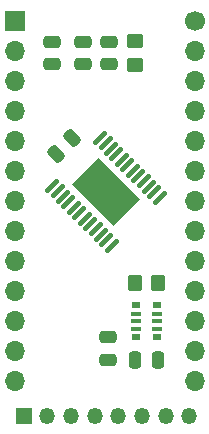
<source format=gbr>
%TF.GenerationSoftware,KiCad,Pcbnew,7.0.8*%
%TF.CreationDate,2024-04-19T17:39:31-04:00*%
%TF.ProjectId,rcl57_mcu,72636c35-375f-46d6-9375-2e6b69636164,rev?*%
%TF.SameCoordinates,Original*%
%TF.FileFunction,Soldermask,Bot*%
%TF.FilePolarity,Negative*%
%FSLAX46Y46*%
G04 Gerber Fmt 4.6, Leading zero omitted, Abs format (unit mm)*
G04 Created by KiCad (PCBNEW 7.0.8) date 2024-04-19 17:39:31*
%MOMM*%
%LPD*%
G01*
G04 APERTURE LIST*
G04 Aperture macros list*
%AMRoundRect*
0 Rectangle with rounded corners*
0 $1 Rounding radius*
0 $2 $3 $4 $5 $6 $7 $8 $9 X,Y pos of 4 corners*
0 Add a 4 corners polygon primitive as box body*
4,1,4,$2,$3,$4,$5,$6,$7,$8,$9,$2,$3,0*
0 Add four circle primitives for the rounded corners*
1,1,$1+$1,$2,$3*
1,1,$1+$1,$4,$5*
1,1,$1+$1,$6,$7*
1,1,$1+$1,$8,$9*
0 Add four rect primitives between the rounded corners*
20,1,$1+$1,$2,$3,$4,$5,0*
20,1,$1+$1,$4,$5,$6,$7,0*
20,1,$1+$1,$6,$7,$8,$9,0*
20,1,$1+$1,$8,$9,$2,$3,0*%
%AMRotRect*
0 Rectangle, with rotation*
0 The origin of the aperture is its center*
0 $1 length*
0 $2 width*
0 $3 Rotation angle, in degrees counterclockwise*
0 Add horizontal line*
21,1,$1,$2,0,0,$3*%
G04 Aperture macros list end*
%ADD10R,1.350000X1.350000*%
%ADD11O,1.350000X1.350000*%
%ADD12RoundRect,0.250000X0.350000X0.450000X-0.350000X0.450000X-0.350000X-0.450000X0.350000X-0.450000X0*%
%ADD13RoundRect,0.250000X0.475000X-0.250000X0.475000X0.250000X-0.475000X0.250000X-0.475000X-0.250000X0*%
%ADD14RoundRect,0.250000X-0.475000X0.250000X-0.475000X-0.250000X0.475000X-0.250000X0.475000X0.250000X0*%
%ADD15R,0.800000X0.480000*%
%ADD16R,0.900000X0.320000*%
%ADD17RoundRect,0.250000X-0.159099X0.512652X-0.512652X0.159099X0.159099X-0.512652X0.512652X-0.159099X0*%
%ADD18R,1.700000X1.700000*%
%ADD19O,1.700000X1.700000*%
%ADD20RoundRect,0.250000X-0.450000X0.350000X-0.450000X-0.350000X0.450000X-0.350000X0.450000X0.350000X0*%
%ADD21RoundRect,0.100000X-0.388909X-0.530330X0.530330X0.388909X0.388909X0.530330X-0.530330X-0.388909X0*%
%ADD22RotRect,3.200000X5.000000X45.000000*%
%ADD23C,1.700000*%
%ADD24RoundRect,0.250000X0.250000X0.475000X-0.250000X0.475000X-0.250000X-0.475000X0.250000X-0.475000X0*%
G04 APERTURE END LIST*
D10*
%TO.C,J3*%
X137900000Y-115600000D03*
D11*
X139900000Y-115600000D03*
X141900000Y-115600000D03*
X143900000Y-115600000D03*
X145900000Y-115600000D03*
X147900000Y-115600000D03*
X149900000Y-115600000D03*
X151900000Y-115600000D03*
%TD*%
D12*
%TO.C,R4*%
X149300000Y-104400000D03*
X147300000Y-104400000D03*
%TD*%
D13*
%TO.C,C2*%
X145000000Y-110850000D03*
X145000000Y-108950000D03*
%TD*%
D14*
%TO.C,C3*%
X142900000Y-83950000D03*
X142900000Y-85850000D03*
%TD*%
%TO.C,C5*%
X140300000Y-83950000D03*
X140300000Y-85850000D03*
%TD*%
D15*
%TO.C,RN1*%
X149200000Y-106240000D03*
D16*
X149200000Y-106960000D03*
X149200000Y-107600000D03*
X149200000Y-108240000D03*
D15*
X149200000Y-108960000D03*
X147400000Y-108960000D03*
D16*
X147400000Y-108240000D03*
X147400000Y-107600000D03*
X147400000Y-106960000D03*
D15*
X147400000Y-106240000D03*
%TD*%
D14*
%TO.C,C6*%
X145100000Y-83950000D03*
X145100000Y-85850000D03*
%TD*%
D17*
%TO.C,C4*%
X141971751Y-92128249D03*
X140628249Y-93471751D03*
%TD*%
D18*
%TO.C,J1*%
X137160000Y-82147058D03*
D19*
X137160000Y-84687058D03*
X137160000Y-87227058D03*
X137160000Y-89767058D03*
X137160000Y-92307058D03*
X137160000Y-94847058D03*
X137160000Y-97387058D03*
X137160000Y-99927058D03*
X137160000Y-102467058D03*
X137160000Y-105007058D03*
X137160000Y-107547058D03*
X137160000Y-110087058D03*
X137160000Y-112627058D03*
%TD*%
D20*
%TO.C,R1*%
X147300000Y-85900000D03*
X147300000Y-83900000D03*
%TD*%
D21*
%TO.C,U2*%
X145354974Y-101207895D03*
X144895354Y-100748275D03*
X144435735Y-100288656D03*
X143976116Y-99829037D03*
X143516496Y-99369417D03*
X143056877Y-98909798D03*
X142597257Y-98450178D03*
X142137638Y-97990559D03*
X141678018Y-97530939D03*
X141218399Y-97071320D03*
X140758780Y-96611701D03*
X140299160Y-96152081D03*
X144365024Y-92086217D03*
X144824644Y-92545837D03*
X145284263Y-93005456D03*
X145743882Y-93465075D03*
X146203502Y-93924695D03*
X146663121Y-94384314D03*
X147122741Y-94843934D03*
X147582360Y-95303553D03*
X148041980Y-95763173D03*
X148501599Y-96222792D03*
X148961218Y-96682411D03*
X149420838Y-97142031D03*
D22*
X144859999Y-96647056D03*
%TD*%
D23*
%TO.C,J2*%
X152360000Y-82147056D03*
D19*
X152360000Y-84687056D03*
X152360000Y-87227056D03*
X152360000Y-89767056D03*
X152360000Y-92307056D03*
X152360000Y-94847056D03*
X152360000Y-97387056D03*
X152360000Y-99927056D03*
X152360000Y-102467056D03*
X152360000Y-105007056D03*
X152360000Y-107547056D03*
X152360000Y-110087056D03*
X152360000Y-112627056D03*
%TD*%
D24*
%TO.C,C1*%
X149250000Y-110900000D03*
X147350000Y-110900000D03*
%TD*%
M02*

</source>
